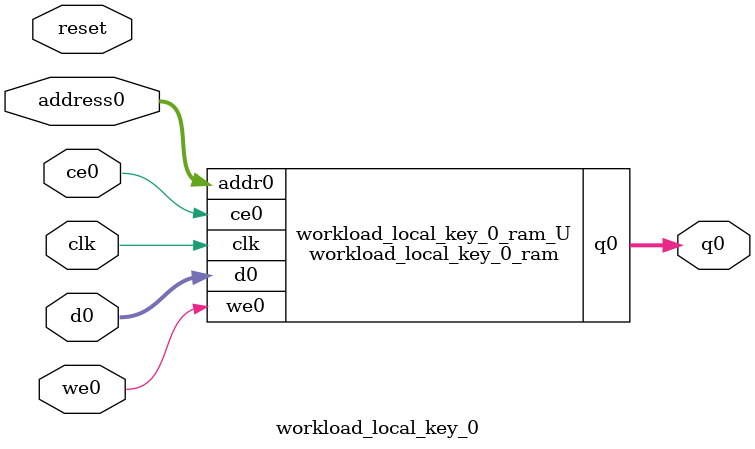
<source format=v>

`timescale 1 ns / 1 ps
module workload_local_key_0_ram (addr0, ce0, d0, we0, q0,  clk);

parameter DWIDTH = 8;
parameter AWIDTH = 5;
parameter MEM_SIZE = 32;

input[AWIDTH-1:0] addr0;
input ce0;
input[DWIDTH-1:0] d0;
input we0;
output reg[DWIDTH-1:0] q0;
input clk;

(* ram_style = "distributed" *)reg [DWIDTH-1:0] ram[MEM_SIZE-1:0];




always @(posedge clk)  
begin 
    if (ce0) 
    begin
        if (we0) 
        begin 
            ram[addr0] <= d0; 
            q0 <= d0;
        end 
        else 
            q0 <= ram[addr0];
    end
end


endmodule


`timescale 1 ns / 1 ps
module workload_local_key_0(
    reset,
    clk,
    address0,
    ce0,
    we0,
    d0,
    q0);

parameter DataWidth = 32'd8;
parameter AddressRange = 32'd32;
parameter AddressWidth = 32'd5;
input reset;
input clk;
input[AddressWidth - 1:0] address0;
input ce0;
input we0;
input[DataWidth - 1:0] d0;
output[DataWidth - 1:0] q0;



workload_local_key_0_ram workload_local_key_0_ram_U(
    .clk( clk ),
    .addr0( address0 ),
    .ce0( ce0 ),
    .d0( d0 ),
    .we0( we0 ),
    .q0( q0 ));

endmodule


</source>
